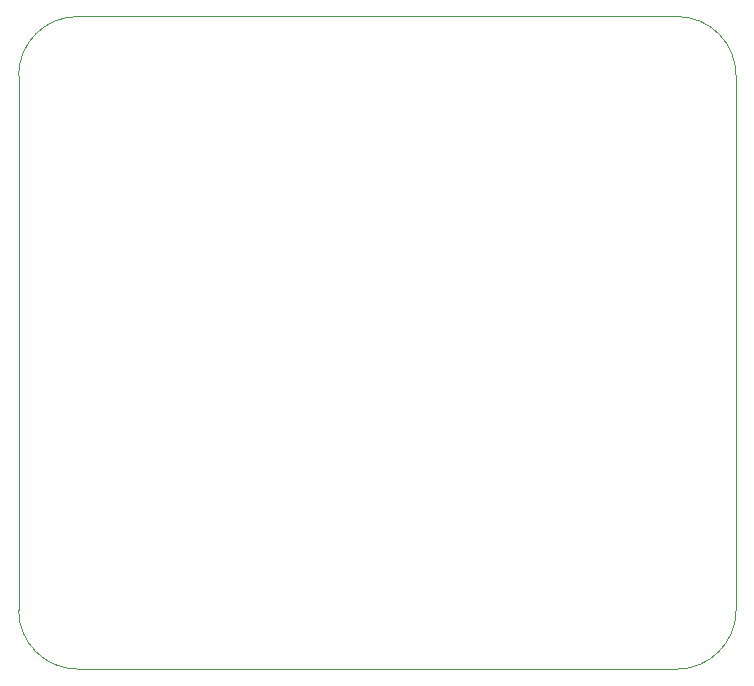
<source format=gbr>
%TF.GenerationSoftware,KiCad,Pcbnew,(6.0.4)*%
%TF.CreationDate,2022-04-20T17:17:18+03:00*%
%TF.ProjectId,STM32F4_Buck_Converter,53544d33-3246-4345-9f42-75636b5f436f,rev?*%
%TF.SameCoordinates,Original*%
%TF.FileFunction,Profile,NP*%
%FSLAX46Y46*%
G04 Gerber Fmt 4.6, Leading zero omitted, Abs format (unit mm)*
G04 Created by KiCad (PCBNEW (6.0.4)) date 2022-04-20 17:17:18*
%MOMM*%
%LPD*%
G01*
G04 APERTURE LIST*
%TA.AperFunction,Profile*%
%ADD10C,0.100000*%
%TD*%
G04 APERTURE END LIST*
D10*
X93000000Y-121750000D02*
G75*
G03*
X98000000Y-126750000I5000000J0D01*
G01*
X148750000Y-126750000D02*
G75*
G03*
X153750000Y-121750000I0J5000000D01*
G01*
X93000000Y-76500000D02*
X93000000Y-121750000D01*
X98000000Y-126750000D02*
X148750000Y-126750000D01*
X153750000Y-76500000D02*
X153750000Y-121750000D01*
X98000000Y-71500000D02*
X148750000Y-71500000D01*
X153750000Y-76500000D02*
G75*
G03*
X148750000Y-71500000I-5000000J0D01*
G01*
X98000000Y-71500000D02*
G75*
G03*
X93000000Y-76500000I0J-5000000D01*
G01*
M02*

</source>
